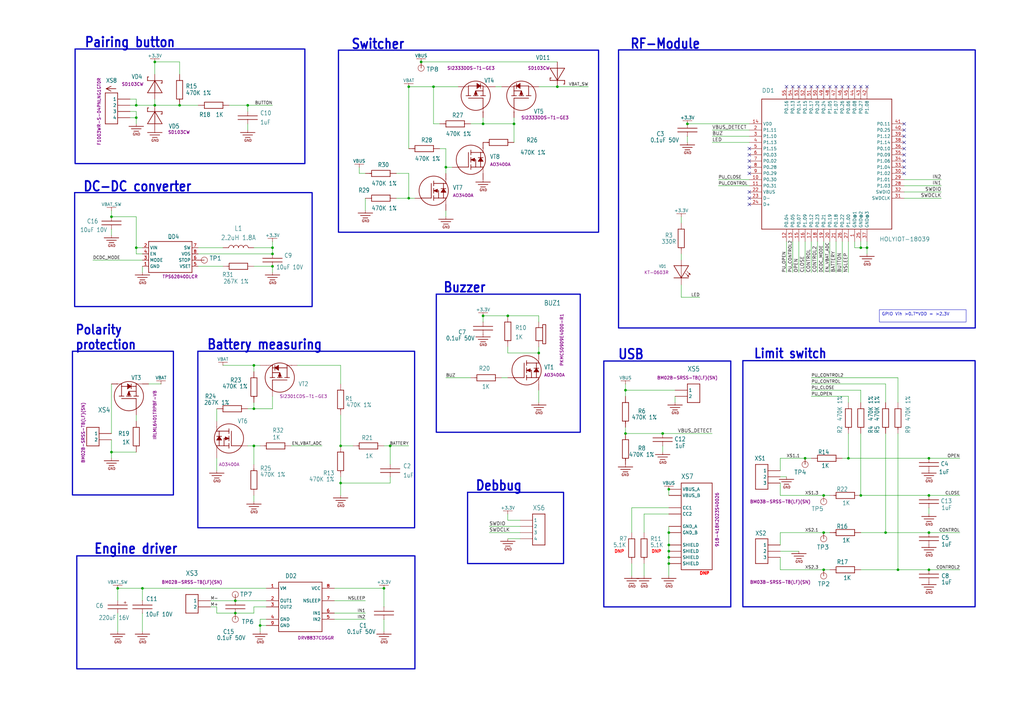
<source format=kicad_sch>
(kicad_sch (version 20231120) (generator "eeschema") (generator_version "8.0")
  (paper "A3")
  (title_block (title "TWV") (date "2024-04-02") (rev "0.96") (company "Uhome"))
  (junction (at 58.42 241.3))
  (junction (at 63.5 25.4))
  (junction (at 274.32 223.52))
  (junction (at 55.88 48.26))
  (junction (at 104.14 149.86))
  (junction (at 160.02 182.88))
  (junction (at 208.28 129.54))
  (junction (at 96.52 251.46))
  (junction (at 347.98 187.96))
  (junction (at 274.32 231.14))
  (junction (at 182.88 68.58))
  (junction (at 104.14 167.64))
  (junction (at 139.7 198.12))
  (junction (at 106.68 256.54))
  (junction (at 381 203.2))
  (junction (at 139.7 182.88))
  (junction (at 274.32 200.66))
  (junction (at 198.12 129.54))
  (junction (at 337.82 218.44))
  (junction (at 330.2 187.96))
  (junction (at 104.14 182.88))
  (junction (at 111.76 101.6))
  (junction (at 73.66 43.18))
  (junction (at 381 218.44))
  (junction (at 256.54 160.02))
  (junction (at 274.32 228.6))
  (junction (at 363.22 218.44))
  (junction (at 368.3 233.68))
  (junction (at 157.48 241.3))
  (junction (at 198.12 50.8))
  (junction (at 381 233.68))
  (junction (at 96.52 246.38))
  (junction (at 55.88 43.18))
  (junction (at 353.06 101.6))
  (junction (at 111.76 104.14))
  (junction (at 281.94 50.8))
  (junction (at 355.6 101.6))
  (junction (at 274.32 218.44))
  (junction (at 167.64 35.56))
  (junction (at 101.6 43.18))
  (junction (at 381 187.96))
  (junction (at 111.76 109.22))
  (junction (at 274.32 226.06))
  (junction (at 45.72 185.42))
  (junction (at 271.78 177.8))
  (junction (at 63.5 43.18))
  (junction (at 55.88 101.6))
  (junction (at 167.64 81.28))
  (junction (at 210.82 50.8))
  (junction (at 256.54 177.8))
  (junction (at 220.98 144.78))
  (junction (at 45.72 88.9))
  (junction (at 48.26 241.3))
  (junction (at 177.8 35.56))
  (junction (at 228.6 35.56))
  (junction (at 353.06 203.2))
  (junction (at 337.82 203.2))
  (junction (at 337.82 233.68))
  (junction (at 172.72 25.4))
  (no_connect (at 353.06 35.56))
  (no_connect (at 342.9 35.56))
  (no_connect (at 340.36 35.56))
  (no_connect (at 307.34 83.82))
  (no_connect (at 307.34 78.74))
  (no_connect (at 307.34 68.58))
  (no_connect (at 327.66 35.56))
  (no_connect (at 332.74 35.56))
  (no_connect (at 307.34 63.5))
  (no_connect (at 370.84 60.96))
  (no_connect (at 325.12 35.56))
  (no_connect (at 345.44 35.56))
  (no_connect (at 370.84 66.04))
  (no_connect (at 307.34 81.28))
  (no_connect (at 350.52 35.56))
  (no_connect (at 335.28 35.56))
  (no_connect (at 330.2 35.56))
  (no_connect (at 307.34 71.12))
  (no_connect (at 337.82 35.56))
  (no_connect (at 370.84 71.12))
  (no_connect (at 370.84 58.42))
  (no_connect (at 370.84 55.88))
  (no_connect (at 370.84 53.34))
  (no_connect (at 370.84 68.58))
  (no_connect (at 355.6 35.56))
  (no_connect (at 347.98 35.56))
  (no_connect (at 307.34 60.96))
  (no_connect (at 370.84 63.5))
  (no_connect (at 370.84 50.8))
  (no_connect (at 322.58 35.56))
  (no_connect (at 307.34 66.04))
  (wire (pts (xy 149.86 81.28) (xy 149.86 86.36)))
  (wire (pts (xy 45.72 88.9) (xy 55.88 88.9)))
  (wire (pts (xy 363.22 177.8) (xy 363.22 218.44)))
  (wire (pts (xy 63.5 25.4) (xy 63.5 30.48)))
  (wire (pts (xy 281.94 50.8) (xy 307.34 50.8)))
  (wire (pts (xy 157.48 241.3) (xy 137.16 241.3)))
  (wire (pts (xy 45.72 157.48) (xy 45.72 177.8)))
  (wire (pts (xy 182.88 68.58) (xy 185.42 68.58)))
  (wire (pts (xy 198.12 132.08) (xy 198.12 129.54)))
  (wire (pts (xy 177.8 35.56) (xy 187.96 35.56)))
  (wire (pts (xy 294.64 73.66) (xy 307.34 73.66)))
  (wire (pts (xy 101.6 50.8) (xy 101.6 53.34)))
  (wire (pts (xy 279.4 88.9) (xy 279.4 91.44)))
  (wire (pts (xy 337.82 99.06) (xy 337.82 111.76)))
  (wire (pts (xy 88.9 251.46) (xy 96.52 251.46)))
  (wire (pts (xy 355.6 101.6) (xy 355.6 104.14)))
  (wire (pts (xy 256.54 177.8) (xy 271.78 177.8)))
  (wire (pts (xy 342.9 99.06) (xy 342.9 111.76)))
  (wire (pts (xy 203.2 35.56) (xy 205.74 35.56)))
  (wire (pts (xy 160.02 190.5) (xy 160.02 182.88)))
  (wire (pts (xy 210.82 58.42) (xy 210.82 50.8)))
  (wire (pts (xy 88.9 248.92) (xy 88.9 251.46)))
  (wire (pts (xy 208.28 220.98) (xy 213.36 220.98)))
  (wire (pts (xy 81.28 109.22) (xy 91.44 109.22)))
  (wire (pts (xy 276.86 162.56) (xy 276.86 165.1)))
  (wire (pts (xy 86.36 248.92) (xy 88.9 248.92)))
  (wire (pts (xy 337.82 218.44) (xy 340.36 218.44)))
  (wire (pts (xy 45.72 185.42) (xy 55.88 185.42)))
  (wire (pts (xy 160.02 182.88) (xy 157.48 182.88)))
  (wire (pts (xy 368.3 165.1) (xy 368.3 154.94)))
  (wire (pts (xy 167.64 35.56) (xy 177.8 35.56)))
  (wire (pts (xy 101.6 182.88) (xy 104.14 182.88)))
  (wire (pts (xy 106.68 256.54) (xy 106.68 254)))
  (wire (pts (xy 271.78 182.88) (xy 271.78 185.42)))
  (wire (pts (xy 111.76 101.6) (xy 111.76 104.14)))
  (wire (pts (xy 355.6 99.06) (xy 355.6 101.6)))
  (wire (pts (xy 381 218.44) (xy 393.7 218.44)))
  (wire (pts (xy 101.6 43.18) (xy 101.6 45.72)))
  (wire (pts (xy 256.54 175.26) (xy 256.54 177.8)))
  (wire (pts (xy 274.32 231.14) (xy 274.32 236.22)))
  (wire (pts (xy 320.04 233.68) (xy 337.82 233.68)))
  (wire (pts (xy 45.72 86.36) (xy 45.72 88.9)))
  (wire (pts (xy 60.96 157.48) (xy 66.04 157.48)))
  (wire (pts (xy 370.84 76.2) (xy 386.08 76.2)))
  (wire (pts (xy 353.06 101.6) (xy 350.52 101.6)))
  (wire (pts (xy 106.68 254) (xy 109.22 254)))
  (wire (pts (xy 58.42 241.3) (xy 109.22 241.3)))
  (wire (pts (xy 292.1 58.42) (xy 307.34 58.42)))
  (wire (pts (xy 104.14 203.2) (xy 104.14 205.74)))
  (wire (pts (xy 274.32 226.06) (xy 274.32 228.6)))
  (wire (pts (xy 48.26 251.46) (xy 48.26 259.08)))
  (wire (pts (xy 104.14 149.86) (xy 106.68 149.86)))
  (wire (pts (xy 73.66 43.18) (xy 81.28 43.18)))
  (wire (pts (xy 48.26 241.3) (xy 48.26 246.38)))
  (wire (pts (xy 111.76 109.22) (xy 111.76 111.76)))
  (wire (pts (xy 198.12 48.26) (xy 198.12 50.8)))
  (wire (pts (xy 38.1 106.68) (xy 58.42 106.68)))
  (wire (pts (xy 162.56 81.28) (xy 167.64 81.28)))
  (wire (pts (xy 353.06 218.44) (xy 363.22 218.44)))
  (wire (pts (xy 256.54 157.48) (xy 256.54 160.02)))
  (wire (pts (xy 320.04 198.12) (xy 320.04 203.2)))
  (wire (pts (xy 160.02 198.12) (xy 139.7 198.12)))
  (wire (pts (xy 353.06 165.1) (xy 353.06 160.02)))
  (wire (pts (xy 104.14 109.22) (xy 111.76 109.22)))
  (wire (pts (xy 381 208.28) (xy 381 210.82)))
  (wire (pts (xy 208.28 210.82) (xy 208.28 213.36)))
  (wire (pts (xy 86.36 246.38) (xy 96.52 246.38)))
  (wire (pts (xy 330.2 99.06) (xy 330.2 111.76)))
  (wire (pts (xy 137.16 251.46) (xy 149.86 251.46)))
  (wire (pts (xy 55.88 43.18) (xy 63.5 43.18)))
  (wire (pts (xy 353.06 203.2) (xy 381 203.2)))
  (wire (pts (xy 58.42 251.46) (xy 58.42 259.08)))
  (wire (pts (xy 167.64 35.56) (xy 167.64 60.96)))
  (wire (pts (xy 210.82 50.8) (xy 198.12 50.8)))
  (wire (pts (xy 264.16 231.14) (xy 264.16 236.22)))
  (wire (pts (xy 104.14 149.86) (xy 104.14 152.4)))
  (wire (pts (xy 259.08 218.44) (xy 259.08 208.28)))
  (wire (pts (xy 220.98 160.02) (xy 220.98 165.1)))
  (wire (pts (xy 322.58 99.06) (xy 322.58 111.76)))
  (wire (pts (xy 104.14 167.64) (xy 101.6 167.64)))
  (wire (pts (xy 274.32 223.52) (xy 274.32 226.06)))
  (wire (pts (xy 104.14 182.88) (xy 106.68 182.88)))
  (wire (pts (xy 325.12 111.76) (xy 325.12 99.06)))
  (wire (pts (xy 381 203.2) (xy 393.7 203.2)))
  (wire (pts (xy 320.04 226.06) (xy 327.66 226.06)))
  (wire (pts (xy 281.94 55.88) (xy 281.94 58.42)))
  (wire (pts (xy 55.88 104.14) (xy 55.88 101.6)))
  (wire (pts (xy 320.04 218.44) (xy 337.82 218.44)))
  (wire (pts (xy 208.28 144.78) (xy 220.98 144.78)))
  (wire (pts (xy 345.44 99.06) (xy 345.44 111.76)))
  (wire (pts (xy 350.52 101.6) (xy 350.52 99.06)))
  (wire (pts (xy 58.42 241.3) (xy 58.42 246.38)))
  (wire (pts (xy 335.28 99.06) (xy 335.28 111.76)))
  (wire (pts (xy 193.04 50.8) (xy 198.12 50.8)))
  (wire (pts (xy 292.1 55.88) (xy 307.34 55.88)))
  (wire (pts (xy 347.98 187.96) (xy 381 187.96)))
  (wire (pts (xy 88.9 187.96) (xy 88.9 193.04)))
  (wire (pts (xy 332.74 154.94) (xy 368.3 154.94)))
  (wire (pts (xy 45.72 93.98) (xy 45.72 96.52)))
  (wire (pts (xy 340.36 99.06) (xy 340.36 111.76)))
  (wire (pts (xy 259.08 231.14) (xy 259.08 236.22)))
  (wire (pts (xy 55.88 40.64) (xy 55.88 43.18)))
  (wire (pts (xy 256.54 160.02) (xy 276.86 160.02)))
  (wire (pts (xy 88.9 167.64) (xy 88.9 172.72)))
  (wire (pts (xy 220.98 129.54) (xy 208.28 129.54)))
  (wire (pts (xy 347.98 177.8) (xy 347.98 187.96)))
  (wire (pts (xy 101.6 43.18) (xy 111.76 43.18)))
  (wire (pts (xy 182.88 60.96) (xy 182.88 68.58)))
  (wire (pts (xy 157.48 248.92) (xy 157.48 241.3)))
  (wire (pts (xy 58.42 104.14) (xy 55.88 104.14)))
  (wire (pts (xy 279.4 104.14) (xy 279.4 106.68)))
  (wire (pts (xy 332.74 160.02) (xy 353.06 160.02)))
  (wire (pts (xy 139.7 182.88) (xy 144.78 182.88)))
  (wire (pts (xy 320.04 223.52) (xy 320.04 218.44)))
  (wire (pts (xy 353.06 233.68) (xy 368.3 233.68)))
  (wire (pts (xy 93.98 43.18) (xy 101.6 43.18)))
  (wire (pts (xy 91.44 149.86) (xy 104.14 149.86)))
  (wire (pts (xy 63.5 43.18) (xy 73.66 43.18)))
  (wire (pts (xy 274.32 228.6) (xy 274.32 231.14)))
  (wire (pts (xy 363.22 165.1) (xy 363.22 157.48)))
  (wire (pts (xy 332.74 99.06) (xy 332.74 111.76)))
  (wire (pts (xy 274.32 210.82) (xy 264.16 210.82)))
  (wire (pts (xy 345.44 187.96) (xy 347.98 187.96)))
  (wire (pts (xy 111.76 162.56) (xy 111.76 167.64)))
  (wire (pts (xy 109.22 248.92) (xy 104.14 248.92)))
  (wire (pts (xy 274.32 200.66) (xy 274.32 203.2)))
  (wire (pts (xy 320.04 203.2) (xy 337.82 203.2)))
  (wire (pts (xy 370.84 78.74) (xy 386.08 78.74)))
  (wire (pts (xy 320.04 187.96) (xy 330.2 187.96)))
  (wire (pts (xy 208.28 142.24) (xy 208.28 144.78)))
  (wire (pts (xy 320.04 195.58) (xy 322.58 195.58)))
  (wire (pts (xy 182.88 154.94) (xy 193.04 154.94)))
  (wire (pts (xy 182.88 88.9) (xy 182.88 86.36)))
  (wire (pts (xy 347.98 99.06) (xy 347.98 111.76)))
  (wire (pts (xy 381 187.96) (xy 393.7 187.96)))
  (wire (pts (xy 177.8 50.8) (xy 177.8 35.56)))
  (wire (pts (xy 370.84 73.66) (xy 386.08 73.66)))
  (wire (pts (xy 104.14 182.88) (xy 104.14 190.5)))
  (wire (pts (xy 220.98 35.56) (xy 228.6 35.56)))
  (wire (pts (xy 139.7 198.12) (xy 139.7 203.2)))
  (wire (pts (xy 228.6 35.56) (xy 241.3 35.56)))
  (wire (pts (xy 45.72 185.42) (xy 45.72 187.96)))
  (wire (pts (xy 55.88 50.8) (xy 55.88 48.26)))
  (wire (pts (xy 200.66 218.44) (xy 213.36 218.44)))
  (wire (pts (xy 320.04 228.6) (xy 320.04 233.68)))
  (wire (pts (xy 274.32 215.9) (xy 274.32 218.44)))
  (wire (pts (xy 180.34 50.8) (xy 177.8 50.8)))
  (wire (pts (xy 137.16 246.38) (xy 149.86 246.38)))
  (wire (pts (xy 55.88 88.9) (xy 55.88 101.6)))
  (wire (pts (xy 160.02 182.88) (xy 167.64 182.88)))
  (wire (pts (xy 55.88 170.18) (xy 55.88 172.72)))
  (wire (pts (xy 292.1 53.34) (xy 307.34 53.34)))
  (wire (pts (xy 200.66 215.9) (xy 213.36 215.9)))
  (wire (pts (xy 106.68 259.08) (xy 106.68 256.54)))
  (wire (pts (xy 259.08 208.28) (xy 274.32 208.28)))
  (wire (pts (xy 172.72 25.4) (xy 228.6 25.4)))
  (wire (pts (xy 208.28 213.36) (xy 213.36 213.36)))
  (wire (pts (xy 96.52 251.46) (xy 104.14 251.46)))
  (wire (pts (xy 53.34 40.64) (xy 55.88 40.64)))
  (wire (pts (xy 106.68 256.54) (xy 109.22 256.54)))
  (wire (pts (xy 139.7 195.58) (xy 139.7 198.12)))
  (wire (pts (xy 330.2 187.96) (xy 332.74 187.96)))
  (wire (pts (xy 111.76 101.6) (xy 111.76 99.06)))
  (wire (pts (xy 320.04 193.04) (xy 320.04 187.96)))
  (wire (pts (xy 368.3 233.68) (xy 381 233.68)))
  (wire (pts (xy 160.02 195.58) (xy 160.02 198.12)))
  (wire (pts (xy 55.88 101.6) (xy 58.42 101.6)))
  (wire (pts (xy 104.14 101.6) (xy 111.76 101.6)))
  (wire (pts (xy 55.88 45.72) (xy 53.34 45.72)))
  (wire (pts (xy 353.06 101.6) (xy 355.6 101.6)))
  (wire (pts (xy 347.98 165.1) (xy 347.98 162.56)))
  (wire (pts (xy 157.48 254) (xy 157.48 259.08)))
  (wire (pts (xy 147.32 71.12) (xy 149.86 71.12)))
  (wire (pts (xy 53.34 48.26) (xy 55.88 48.26)))
  (wire (pts (xy 63.5 25.4) (xy 73.66 25.4)))
  (wire (pts (xy 264.16 210.82) (xy 264.16 218.44)))
  (wire (pts (xy 332.74 157.48) (xy 363.22 157.48)))
  (wire (pts (xy 55.88 48.26) (xy 55.88 45.72)))
  (wire (pts (xy 353.06 99.06) (xy 353.06 101.6)))
  (wire (pts (xy 294.64 76.2) (xy 307.34 76.2)))
  (wire (pts (xy 45.72 180.34) (xy 45.72 185.42)))
  (wire (pts (xy 279.4 116.84) (xy 279.4 121.92)))
  (wire (pts (xy 104.14 248.92) (xy 104.14 251.46)))
  (wire (pts (xy 162.56 71.12) (xy 167.64 71.12)))
  (wire (pts (xy 111.76 167.64) (xy 104.14 167.64)))
  (wire (pts (xy 55.88 43.18) (xy 53.34 43.18)))
  (wire (pts (xy 274.32 218.44) (xy 274.32 223.52)))
  (wire (pts (xy 180.34 60.96) (xy 182.88 60.96)))
  (wire (pts (xy 48.26 241.3) (xy 58.42 241.3)))
  (wire (pts (xy 137.16 254) (xy 149.86 254)))
  (wire (pts (xy 81.28 104.14) (xy 111.76 104.14)))
  (wire (pts (xy 271.78 177.8) (xy 292.1 177.8)))
  (wire (pts (xy 337.82 203.2) (xy 340.36 203.2)))
  (wire (pts (xy 198.12 129.54) (xy 208.28 129.54)))
  (wire (pts (xy 167.64 71.12) (xy 167.64 81.28)))
  (wire (pts (xy 363.22 218.44) (xy 381 218.44)))
  (wire (pts (xy 104.14 165.1) (xy 104.14 167.64)))
  (wire (pts (xy 327.66 99.06) (xy 327.66 111.76)))
  (wire (pts (xy 121.92 149.86) (xy 139.7 149.86)))
  (wire (pts (xy 119.38 182.88) (xy 132.08 182.88)))
  (wire (pts (xy 220.98 132.08) (xy 220.98 129.54)))
  (wire (pts (xy 353.06 177.8) (xy 353.06 203.2)))
  (wire (pts (xy 139.7 149.86) (xy 139.7 157.48)))
  (wire (pts (xy 63.5 40.64) (xy 63.5 43.18)))
  (wire (pts (xy 167.64 81.28) (xy 170.18 81.28)))
  (wire (pts (xy 139.7 170.18) (xy 139.7 182.88)))
  (wire (pts (xy 368.3 177.8) (xy 368.3 233.68)))
  (wire (pts (xy 73.66 25.4) (xy 73.66 30.48)))
  (wire (pts (xy 205.74 154.94) (xy 208.28 154.94)))
  (wire (pts (xy 256.54 160.02) (xy 256.54 162.56)))
  (wire (pts (xy 220.98 142.24) (xy 220.98 144.78)))
  (wire (pts (xy 81.28 101.6) (xy 91.44 101.6)))
  (wire (pts (xy 370.84 81.28) (xy 386.08 81.28)))
  (wire (pts (xy 182.88 71.12) (xy 182.88 68.58)))
  (wire (pts (xy 381 233.68) (xy 393.7 233.68)))
  (wire (pts (xy 58.42 111.76) (xy 58.42 109.22)))
  (wire (pts (xy 147.32 68.58) (xy 147.32 71.12)))
  (wire (pts (xy 96.52 246.38) (xy 109.22 246.38)))
  (wire (pts (xy 279.4 121.92) (xy 287.02 121.92)))
  (wire (pts (xy 337.82 233.68) (xy 340.36 233.68)))
  (wire (pts (xy 210.82 48.26) (xy 210.82 50.8)))
  (wire (pts (xy 332.74 162.56) (xy 347.98 162.56)))
  (rectangle (start 253.6897 20.47) (end 399.9937 134.516) (stroke (width 0.5)))
  (rectangle (start 30.616 78.996) (end 128.016 125.73) (stroke (width 0.5)))
  (rectangle (start 81.146 144.069) (end 170.046 216.459) (stroke (width 0.5)))
  (rectangle (start 178.952 120.652) (end 237.998 177.292) (stroke (width 0.5)))
  (rectangle (start 31.496 227.9797) (end 170.18 274.32) (stroke (width 0.5)))
  (rectangle (start 29.72 144.071) (end 71.122 202.999) (stroke (width 0.5)))
  (rectangle (start 30.804 20.0998) (end 125.038 67.0918) (stroke (width 0.5)))
  (rectangle (start 304.684 147.916) (end 399.934 248.8661) (stroke (width 0.5)))
  (rectangle (start 191.77 201.93) (end 231.14 231.14) (stroke (width 0.5)))
  (rectangle (start 138.82 20.576) (end 245.5 95.252) (stroke (width 0.5)))
  (rectangle (start 247.65 148.0706) (end 299.72 248.92) (stroke (width 0.5)))
  (text_box "GPIO Vih >0.7*VDD = >2.3V" (at 360.68 127 0) (size 35.56 5.08) (effects (font (size 1.27 1.27)) (justify left top)))
  (text "Battery measuring" (at 84.702 143.815 0) (effects (font (size 4 3.4) (thickness 0.68) (bold yes)) (justify left bottom)))
  (text "Pairing button" (at 34.478 19.8458 0) (effects (font (size 4 3.4) (thickness 0.68) (bold yes)) (justify left bottom)))
  (text "Debbug" (at 194.818 201.676 0) (effects (font (size 4 3.4) (thickness 0.68) (bold yes)) (justify left bottom)))
  (text "Switcher" (at 143.9 20.576 0) (effects (font (size 4 3.4) (thickness 0.68) (bold yes)) (justify left bottom)))
  (text "Engine driver" (at 38.354 227.584 0) (effects (font (size 4 3.4) (thickness 0.68) (bold yes)) (justify left bottom)))
  (text "USB" (at 253.238 147.828 0) (effects (font (size 4 3.4) (thickness 0.68) (bold yes)) (justify left bottom)))
  (text "Limit switch" (at 309.002 147.408 0) (effects (font (size 3.81 3.2385) (thickness 0.6477) (bold yes)) (justify left bottom)))
  (text "Buzzer" (at 181.61 120.396 0) (effects (font (size 4 3.4) (thickness 0.68) (bold yes)) (justify left bottom)))
  (text "Polarity\nprotection" (at 30.736 143.817 0) (effects (font (size 3.81 3.2385) (thickness 0.6477) (bold yes)) (justify left bottom)))
  (text "RF-Module" (at 258.2617 20.47 0) (effects (font (size 4 3.4) (thickness 0.68) (bold yes)) (justify left bottom)))
  (text "DC-DC converter" (at 33.918 78.996 0) (effects (font (size 4 3.4) (thickness 0.68) (bold yes)) (justify left bottom)))
  (label "PU_OPEN" (at 322.58 111.76 90) (effects (font (size 1.2446 1.2446))))
  (label "XS1.1" (at 322.58 187.96 0) (effects (font (size 1.2446 1.2446))))
  (label "IN1" (at 386.08 76.2 180) (effects (font (size 1.4 1.4))))
  (label "IN2" (at 386.08 73.66 180) (effects (font (size 1.4 1.4))))
  (label "SWDIO" (at 386.08 78.74 180) (effects (font (size 1.4 1.4))))
  (label "LED" (at 292.1 58.42 0) (effects (font (size 1.4 1.4))))
  (label "VBAT_SW" (at 241.3 35.56 180) (effects (font (size 1.2446 1.2446))))
  (label "BUTTON" (at 111.76 43.18 180) (effects (font (size 1.2446 1.2446))))
  (label "NSLEEP" (at 149.86 246.38 180) (effects (font (size 1.2446 1.2446))))
  (label "VBUS_DETECT" (at 292.1 53.34 0) (effects (font (size 1.4 1.4))))
  (label "CONTROL" (at 332.74 111.76 90) (effects (font (size 1.4 1.4))))
  (label "SWDCLK" (at 386.08 81.28 180) (effects (font (size 1.4 1.4))))
  (label "BUZ" (at 182.88 154.94 0) (effects (font (size 1.2446 1.2446))))
  (label "IN1" (at 149.86 251.46 180) (effects (font (size 1.2446 1.2446))))
  (label "IN2" (at 149.86 254 180) (effects (font (size 1.2446 1.2446))))
  (label "BATTERY" (at 342.9 111.76 90) (effects (font (size 1.4 1.4))))
  (label "CONTROL2" (at 393.7 233.68 180) (effects (font (size 1.2446 1.2446))))
  (label "CONTROL" (at 393.7 218.44 180) (effects (font (size 1.2446 1.2446))))
  (label "BUTTON" (at 345.44 111.76 90) (effects (font (size 1.4 1.4))))
  (label "VBUS_DETECT" (at 292.1 177.8 180) (effects (font (size 1.4 1.4))))
  (label "PU_CONTROL2" (at 325.12 111.76 90) (effects (font (size 1.2446 1.2446))))
  (label "OPEN" (at 327.66 111.76 90) (effects (font (size 1.4 1.4))))
  (label "M+" (at 86.36 248.92 0) (effects (font (size 1.2446 1.2446))))
  (label "PU_OPEN" (at 332.74 162.56 0) (effects (font (size 1.2446 1.2446))))
  (label "PU_CONTROL" (at 332.74 157.48 0) (effects (font (size 1.2446 1.2446))))
  (label "BATTERY" (at 167.64 182.88 180) (effects (font (size 1.2446 1.2446))))
  (label "CLOSE" (at 330.2 111.76 90) (effects (font (size 1.4 1.4))))
  (label "SWDIO" (at 200.66 215.9 0) (effects (font (size 1.4 1.4))))
  (label "PU_CONTROL" (at 294.64 76.2 0) (effects (font (size 1.2446 1.2446))))
  (label "SWDCLK" (at 200.66 218.44 0) (effects (font (size 1.4 1.4))))
  (label "DCDC_MODE" (at 337.82 111.76 90) (effects (font (size 1.2446 1.2446))))
  (label "PU_CLOSE" (at 294.64 73.66 0) (effects (font (size 1.2446 1.2446))))
  (label "M-" (at 86.36 246.38 0) (effects (font (size 1.2446 1.2446))))
  (label "XS2.3" (at 330.2 233.68 0) (effects (font (size 1.2446 1.2446))))
  (label "BUZ" (at 292.1 55.88 0) (effects (font (size 1.4 1.4))))
  (label "OPEN" (at 393.7 187.96 180) (effects (font (size 1.2446 1.2446))))
  (label "NSLEEP" (at 347.98 111.76 90) (effects (font (size 1.4 1.4))))
  (label "PU_CONTROL2" (at 332.74 154.94 0) (effects (font (size 1.2446 1.2446))))
  (label "LED" (at 287.02 121.92 180) (effects (font (size 1.2446 1.2446))))
  (label "PU_CLOSE" (at 332.74 160.02 0) (effects (font (size 1.2446 1.2446))))
  (label "DCDC_MODE" (at 38.1 106.68 0) (effects (font (size 1.2446 1.2446))))
  (label "XS1.3" (at 330.2 203.2 0) (effects (font (size 1.2446 1.2446))))
  (label "CLOSE" (at 393.7 203.2 180) (effects (font (size 1.2446 1.2446))))
  (label "CONTROL2" (at 335.28 111.76 90) (effects (font (size 1.4 1.4))))
  (label "EN_VBAT_ADC" (at 340.36 111.76 90) (effects (font (size 1.2446 1.2446))))
  (label "EN_VBAT_ADC" (at 132.08 182.88 180) (effects (font (size 1.2446 1.2446))))
  (label "XS2.1" (at 330.2 218.44 0) (effects (font (size 1.2446 1.2446))))
  (symbol (lib_id "TWV_Library:Q_AO3400A") (at 208.28 154.94 0) (unit 1)
    (property "Reference" "VT1" (at 223.1198 150.6209 0) (effects (font (size 1.778 1.5113)) (justify left)))
    (property "Footprint" "TWV:Q_SOT-23" (effects (hide yes)))
    (property "Manufacturer" "Alpha & Omega Semicon" (effects (hide yes)))
    (property "Manufacturer PN" "AO3400A" (at 223.1198 153.7958 0) (effects (justify left)))
    (property "JLCPCB PN" "C20917" (effects (hide yes)))
  )
  (symbol (lib_id "TWV_Library:CAP_0603_10uF") (at 45.72 91.44 0) (unit 1)
    (property "Reference" "C16" (at 35.6302 90.7186 0) (effects (font (size 1.778 1.5113)) (justify left)))
    (property "Value" "10uF 10V" (at 32.8362 94.2746 0) (effects (font (size 1.778 1.5113)) (justify left)))
    (property "Footprint" "TWV:C_0603_1608Metric" (effects (hide yes)))
    (property "Description" "10V 10uF X5R ±10% 0603" (effects (hide yes)))
    (property "Manufacturer" "Samsung Electro-Mechanics" (effects (hide yes)))
    (property "Manufacturer PN" "CL10A106KP8NNNC" (effects (hide yes)))
    (property "JLCPCB PN" "C19702" (effects (hide yes)))
  )
  (symbol (lib_id "TWV_Library:U_DRV8837CDSGR") (at 109.22 241.3 0) (unit 1)
    (property "Reference" "DD2" (at 119.38 236.22 0) (effects (font (size 1.778 1.5113))))
    (property "Footprint" "TWV:WSON-8" (effects (hide yes)))
    (property "Manufacturer" "Texas Instruments" (effects (hide yes)))
    (property "Manufacturer PN" "DRV8837CDSGR" (at 129.54 261.62 0))
    (property "JLCPCB PN" "C191000" (effects (hide yes)))
  )
  (symbol (lib_id "TWV_Library:U_TPS62840") (at 58.42 109.22 0) (unit 1)
    (property "Reference" "DD4" (at 71.1724 97.061 0) (effects (font (size 1.778 1.5113))))
    (property "Value" "~" (at 69.85 97.79 0) (effects (font (size 1.778 1.5113))))
    (property "Footprint" "TWV:VSON-8" (effects (hide yes)))
    (property "Manufacturer" "Texas Instruments" (effects (hide yes)))
    (property "Manufacturer PN" "TPS62840DLCR" (at 73.8702 113.4593 0))
    (property "JLCPCB PN" "C2071859" (effects (hide yes)))
  )
  (symbol (lib_id "TWV_Library:CAP_AL_220uF_16V_L7.7") (at 48.26 248.92 0) (unit 1)
    (property "Reference" "C6" (at 39.2329 248.4089 0) (effects (font (size 1.778 1.5113)) (justify left)))
    (property "Value" "220uF 16V" (at 40.4543 253.3492 0) (effects (font (size 1.778 1.5113)) (justify left)))
    (property "Footprint" "TWV:CP_Elec_6.3x7.7" (effects (hide yes)))
    (property "Manufacturer" "KNSCHA" (effects (hide yes)))
    (property "Manufacturer PN" "VT220UF16V167RV0088" (effects (hide yes)))
    (property "JLCPCB PN" "C5246575" (effects (hide yes)))
  )
  (symbol (lib_id "TWV_Library:RES_0603_1K") (at 81.28 43.18 0) (unit 1)
    (property "Reference" "R18" (at 84.0396 47.0022 0) (effects (font (size 1.778 1.5113))))
    (property "Value" "1K" (at 88.4281 47.9931 0) (effects (font (size 1.778 1.5113)) (justify left bottom)))
    (property "Footprint" "TWV:R_0603_1608Metric" (effects (hide yes)))
    (property "Manufacturer" "UNI-ROYAL(Uniroyal Elec)" (effects (hide yes)))
    (property "Manufacturer PN" "0603WAF1001T5E" (effects (hide yes)))
    (property "JLCPCB PN" "C21190" (effects (hide yes)))
  )
  (symbol (lib_id "TWV_Library:GND") (at 198.12 73.66 0) (unit 1)
    (property "Reference" "#GND019" (effects (hide yes)))
    (property "Value" "GND" (effects (hide yes)))
  )
  (symbol (lib_id "TWV_Library:CAP_0603_1uF") (at 101.6 48.26 0) (unit 1)
    (property "Reference" "C10" (at 106.68 46.355 0) (effects (font (size 1.778 1.5113)) (justify left)))
    (property "Value" "1uF" (at 106.68 50.165 0) (effects (font (size 1.778 1.5113)) (justify left)))
    (property "Footprint" "TWV:C_0603_1608Metric" (effects (hide yes)))
    (property "Description" "50V 1uF X5R ±10% 0603" (effects (hide yes)))
    (property "Manufacturer" "Samsung Electro-Mechanics" (effects (hide yes)))
    (property "Manufacturer PN" "CL10A105KB8NNNC" (effects (hide yes)))
    (property "JLCPCB PN" "C15849" (effects (hide yes)))
  )
  (symbol (lib_id "TWV_Library:CAP_0603_0.1uF") (at 157.48 251.46 0) (unit 1)
    (property "Reference" "C1" (at 147.32 256.54 0) (effects (font (size 1.778 1.5113)) (justify left)))
    (property "Value" "0.1uF 50V" (at 142.24 259.08 0) (effects (font (size 1.778 1.5113)) (justify left)))
    (property "Footprint" "TWV:C_0603_1608Metric" (effects (hide yes)))
    (property "Manufacturer" "YAGEO" (effects (hide yes)))
    (property "Manufacturer PN" "CC0603KRX7R9BB104" (effects (hide yes)))
    (property "JLCPCB PN" "C14663" (effects (hide yes)))
  )
  (symbol (lib_id "TWV_Library:RES_0603_470K") (at 73.66 43.18 90) (unit 1)
    (property "Reference" "R15" (at 76.2 35.3596 90) (effects (font (size 1.778 1.5113)) (justify right)))
    (property "Value" "470K 1%" (at 76.2 38.1 90) (effects (font (size 1.778 1.5113)) (justify right)))
    (property "Footprint" "TWV:R_0603_1608Metric" (effects (hide yes)))
    (property "Manufacturer" "UNI-ROYAL(Uniroyal Elec)" (effects (hide yes)))
    (property "Manufacturer PN" "0603WAF4703T5E" (effects (hide yes)))
    (property "JLCPCB PN" "C23178" (effects (hide yes)))
  )
  (symbol (lib_id "TWV_Library:+3.3V") (at 63.5 25.4 0) (unit 1)
    (property "Reference" "#PWR01" (effects (hide yes)))
    (property "Value" "+3.3V" (at 63.5 22.86 0))
    (property "Description" "Power symbol creates a global label with name \"+3.3V\"" (effects (hide yes)))
  )
  (symbol (lib_id "TWV_Library:GND") (at 101.6 53.34 0) (unit 1)
    (property "Reference" "#GND012" (effects (hide yes)))
    (property "Value" "GND" (effects (hide yes)))
  )
  (symbol (lib_id "TWV_Library:RES_0603_470K") (at 149.86 71.12 0) (unit 1)
    (property "Reference" "R30" (at 154.94 68.58 0) (effects (font (size 1.778 1.5113)) (justify left bottom)))
    (property "Value" "470K 1%" (at 152.4 76.2 0) (effects (font (size 1.778 1.5113)) (justify left bottom)))
    (property "Footprint" "TWV:R_0603_1608Metric" (effects (hide yes)))
    (property "Manufacturer" "UNI-ROYAL(Uniroyal Elec)" (effects (hide yes)))
    (property "Manufacturer PN" "0603WAF4703T5E" (effects (hide yes)))
    (property "JLCPCB PN" "C23178" (effects (hide yes)))
  )
  (symbol (lib_id "TWV_Library:RES_0603_1K") (at 55.88 185.42 90) (unit 1)
    (property "Reference" "R19" (at 50.8 177.8 90) (effects (font (size 1.778 1.5113))))
    (property "Value" "1K" (at 53.34 180.34 90) (effects (font (size 1.778 1.5113)) (justify left bottom)))
    (property "Footprint" "TWV:R_0603_1608Metric" (effects (hide yes)))
    (property "Manufacturer" "UNI-ROYAL(Uniroyal Elec)" (effects (hide yes)))
    (property "Manufacturer PN" "0603WAF1001T5E" (effects (hide yes)))
    (property "JLCPCB PN" "C21190" (effects (hide yes)))
  )
  (symbol (lib_id "TWV_Library:TEST_POINT_2MM") (at 81.28 106.68 180) (unit 1)
    (property "Reference" "TP1" (at 90.9511 104.9303 0) (effects (font (size 1.778 1.778)) (justify left bottom)))
    (property "Value" "TEST_POINT_2MM" (effects (hide yes)))
    (property "Footprint" "TWV:TEST_POINT_2MM" (effects (hide yes)))
  )
  (symbol (lib_id "TWV_Library:RES_0603_1K") (at 340.36 218.44 0) (unit 1)
    (property "Reference" "R16" (at 345.44 215.9 0) (effects (font (size 1.778 1.5113))))
    (property "Value" "1K" (at 345.4863 222.5453 0) (effects (font (size 1.778 1.5113)) (justify left bottom)))
    (property "Footprint" "TWV:R_0603_1608Metric" (effects (hide yes)))
    (property "Manufacturer" "UNI-ROYAL(Uniroyal Elec)" (effects (hide yes)))
    (property "Manufacturer PN" "0603WAF1001T5E" (effects (hide yes)))
    (property "JLCPCB PN" "C21190" (effects (hide yes)))
  )
  (symbol (lib_id "TWV_Library:Q_SI2333") (at 198.12 48.26 90) (unit 1)
    (property "Reference" "VT4" (at 200.66 33.02 90) (effects (font (size 1.778 1.5113))))
    (property "Footprint" "TWV:Q_SOT-23" (effects (hide yes)))
    (property "Manufacturer" "Vishay Intertech" (effects (hide yes)))
    (property "Manufacturer PN" "SI2333DDS-T1-GE3" (at 193.1715 27.94 90))
    (property "JLCPCB PN" "C183004" (effects (hide yes)))
  )
  (symbol (lib_id "TWV_Library:GND") (at 157.48 259.08 0) (unit 1)
    (property "Reference" "#GND01" (effects (hide yes)))
    (property "Value" "GND" (effects (hide yes)))
  )
  (symbol (lib_id "TWV_Library:GND") (at 198.12 137.16 0) (unit 1)
    (property "Reference" "#GND032" (effects (hide yes)))
    (property "Value" "GND" (effects (hide yes)))
  )
  (symbol (lib_id "TWV_Library:RES_0603_1K") (at 208.28 142.24 90) (unit 1)
    (property "Reference" "R10" (at 211.302 134.4196 90) (effects (font (size 1.778 1.5113)) (justify right)))
    (property "Value" "1K" (at 211.302 138.2296 90) (effects (font (size 1.778 1.5113)) (justify right)))
    (property "Footprint" "TWV:R_0603_1608Metric" (effects (hide yes)))
    (property "Manufacturer" "UNI-ROYAL(Uniroyal Elec)" (effects (hide yes)))
    (property "Manufacturer PN" "0603WAF1001T5E" (effects (hide yes)))
    (property "JLCPCB PN" "C21190" (effects (hide yes)))
  )
  (symbol (lib_id "TWV_Library:CAP_0603_1uF") (at 271.78 180.34 0) (unit 1)
    (property "Reference" "C12" (at 276.606 180.086 0) (effects (font (size 1.778 1.5113)) (justify left)))
    (property "Value" "1uF" (at 276.86 182.88 0) (effects (font (size 1.778 1.5113)) (justify left)))
    (property "Footprint" "TWV:C_0603_1608Metric" (effects (hide yes)))
    (property "Description" "50V 1uF X5R ±10% 0603" (effects (hide yes)))
    (property "Manufacturer" "Samsung Electro-Mechanics" (effects (hide yes)))
    (property "Manufacturer PN" "CL10A105KB8NNNC" (effects (hide yes)))
    (property "JLCPCB PN" "C15849" (effects (hide yes)))
  )
  (symbol (lib_id "TWV_Library:RES_0603_470K") (at 368.3 177.8 90) (unit 1)
    (property "Reference" "R9" (at 373.38 177.8 0) (effects (font (size 1.778 1.5113)) (justify left bottom)))
    (property "Value" "470K 1%" (at 373.38 172.72 0) (effects (font (size 1.778 1.5113)) (justify left bottom)))
    (property "Footprint" "TWV:R_0603_1608Metric" (effects (hide yes)))
    (property "Manufacturer" "UNI-ROYAL(Uniroyal Elec)" (effects (hide yes)))
    (property "Manufacturer PN" "0603WAF4703T5E" (effects (hide yes)))
    (property "JLCPCB PN" "C23178" (effects (hide yes)))
  )
  (symbol (lib_id "TWV_Library:RES_0603_1K") (at 332.74 187.96 0) (unit 1)
    (property "Reference" "R14" (at 337.82 185.42 0) (effects (font (size 1.778 1.5113))))
    (property "Value" "1K" (at 336.9006 191.9709 0) (effects (font (size 1.778 1.5113)) (justify left bottom)))
    (property "Footprint" "TWV:R_0603_1608Metric" (effects (hide yes)))
    (property "Manufacturer" "UNI-ROYAL(Uniroyal Elec)" (effects (hide yes)))
    (property "Manufacturer PN" "0603WAF1001T5E" (effects (hide yes)))
    (property "JLCPCB PN" "C21190" (effects (hide yes)))
  )
  (symbol (lib_id "TWV_Library:+3.3V") (at 111.76 99.06 0) (unit 1)
    (property "Reference" "#PWR013" (effects (hide yes)))
    (property "Value" "+3.3V" (at 111.76 96.52 0))
    (property "Description" "Power symbol creates a global label with name \"+3.3V\"" (effects (hide yes)))
  )
  (symbol (lib_id "TWV_Library:BUZ_PKMCS0909E4000-R1") (at 220.98 132.08 0) (unit 1)
    (property "Reference" "BUZ1" (at 223.044 125.362 0) (effects (font (size 2 1.7)) (justify left bottom)))
    (property "Footprint" "TWV:PKMCS0909E4000-R1" (effects (hide yes)))
    (property "Manufacturer" "MURATA ELECTRONICS" (effects (hide yes)))
    (property "Manufacturer PN" "PKMCS0909E4000-R1" (at 230.41 139.332 90))
    (property "JLCPCB PN" "C910763" (effects (hide yes)))
  )
  (symbol (lib_id "TWV_Library:GND") (at 274.32 236.22 0) (unit 1)
    (property "Reference" "#GND02" (effects (hide yes)))
    (property "Value" "GND" (effects (hide yes)))
  )
  (symbol (lib_id "TWV_Library:RES_0603_470K") (at 347.98 177.8 90) (unit 1)
    (property "Reference" "R2" (at 345.44 177.8 0) (effects (font (size 1.778 1.5113)) (justify left bottom)))
    (property "Value" "470K 1%" (at 345.44 172.72 0) (effects (font (size 1.778 1.5113)) (justify left bottom)))
    (property "Footprint" "TWV:R_0603_1608Metric" (effects (hide yes)))
    (property "Manufacturer" "UNI-ROYAL(Uniroyal Elec)" (effects (hide yes)))
    (property "Manufacturer PN" "0603WAF4703T5E" (effects (hide yes)))
    (property "JLCPCB PN" "C23178" (effects (hide yes)))
  )
  (symbol (lib_id "TWV_Library:CAP_0603_1uF") (at 381 220.98 0) (unit 1)
    (property "Reference" "C5" (at 386.08 220.472 0) (effects (font (size 1.778 1.5113)) (justify left)))
    (property "Value" "1uF" (at 386.08 223.266 0) (effects (font (size 1.778 1.5113)) (justify left)))
    (property "Footprint" "TWV:C_0603_1608Metric" (effects (hide yes)))
    (property "Description" "50V 1uF X5R ±10% 0603" (effects (hide yes)))
    (property "Manufacturer" "Samsung Electro-Mechanics" (effects (hide yes)))
    (property "Manufacturer PN" "CL10A105KB8NNNC" (effects (hide yes)))
    (property "JLCPCB PN" "C15849" (effects (hide yes)))
  )
  (symbol (lib_id "TWV_Library:CON_BM03B-SRSS-TB") (at 320.04 193.04 0) (mirror y) (unit 1)
    (property "Reference" "XS1" (at 314.0129 188.9647 0) (effects (font (size 1.778 1.5113)) (justify left bottom)))
    (property "Value" "BM03B-SRSS-TB" (effects (hide yes)))
    (property "Footprint" "TWV:BM03B-SRSS-TB" (effects (hide yes)))
    (property "Manufacturer" "JST" (effects (hide yes)))
    (property "Manufacturer PN" "BM03B-SRSS-TB(LF)(SN)" (at 320.04 205.74 0))
    (property "JLCPCB PN" "C160389" (effects (hide yes)))
  )
  (symbol (lib_id "TWV_Library:Q_AO3400A") (at 101.6 182.88 0) (mirror y) (unit 1)
    (property "Reference" "VT6" (at 101.6 172.72 0) (effects (font (size 1.778 1.5113)) (justify left)))
    (property "Footprint" "TWV:Q_SOT-23" (effects (hide yes)))
    (property "Manufacturer" "Alpha & Omega Semicon" (effects (hide yes)))
    (property "Manufacturer PN" "AO3400A" (at 93.98 190.5 0))
    (property "JLCPCB PN" "C20917" (effects (hide yes)))
  )
  (symbol (lib_id "TWV_Library:GND") (at 256.54 190.5 0) (mirror y) (unit 1)
    (property "Reference" "#GND033" (effects (hide yes)))
    (property "Value" "GND" (effects (hide yes)))
  )
  (symbol (lib_id "TWV_Library:GND") (at 327.66 226.06 0) (unit 1)
    (property "Reference" "#GND018" (effects (hide yes)))
    (property "Value" "GND" (effects (hide yes)))
  )
  (symbol (lib_id "TWV_Library:GND") (at 58.42 111.76 0) (unit 1)
    (property "Reference" "#GND031" (effects (hide yes)))
    (property "Value" "GND" (effects (hide yes)))
  )
  (symbol (lib_id "TWV_Library:+3.3V") (at 45.72 86.36 0) (unit 1)
    (property "Reference" "#PWR017" (effects (hide yes)))
    (property "Value" "VBAT_SW" (at 45.72 83.82 0))
    (property "Description" "Power symbol creates a global label with name \"+3.3V\"" (effects (hide yes)))
  )
  (symbol (lib_id "TWV_Library:CON_BM02B-SRSS-TB") (at 86.36 246.38 0) (mirror y) (unit 1)
    (property "Reference" "XS3" (at 81.28 236.22 0) (effects (font (size 2 1.7)) (justify left bottom)))
    (property "Value" "BM02B-SRSS-TB" (effects (hide yes)))
    (property "Footprint" "TWV:BM02B-SRSS-TB" (effects (hide yes)))
    (property "Manufacturer" "JST" (effects (hide yes)))
    (property "Manufacturer PN" "BM02B-SRSS-TB(LF)(SN)" (at 78.74 238.76 0))
    (property "JLCPCB PN" "C160388" (effects (hide yes)))
  )
  (symbol (lib_id "TWV_Library:L_MCQ1V2012-4R7-R") (at 91.44 101.6 0) (unit 1)
    (property "Reference" "L1" (at 97.79 93.6612 0) (effects (font (size 2 1.7))))
    (property "Value" "2.2uH 1.8A" (at 97.79 97.4712 0) (effects (font (size 2 1.7))))
    (property "Footprint" "TWV:L_0805_2012Metric" (effects (hide yes)))
    (property "Manufacturer" "Murata Electronics" (effects (hide yes)))
    (property "Manufacturer PN" "DFE201612E-2R2M=P2" (effects (hide yes)))
    (property "JLCPCB PN" "C337893" (effects (hide yes)))
  )
  (symbol (lib_id "TWV_Library:RES_0603_470K") (at 256.54 175.26 270) (mirror x) (unit 1)
    (property "Reference" "R6" (at 261.62 167.64 90) (effects (font (size 1.778 1.5113)) (justify left bottom)))
    (property "Value" "470K 1%" (at 259.08 170.18 90) (effects (font (size 1.778 1.5113)) (justify left bottom)))
    (property "Footprint" "TWV:R_0603_1608Metric" (effects (hide yes)))
    (property "Manufacturer" "UNI-ROYAL(Uniroyal Elec)" (effects (hide yes)))
    (property "Manufacturer PN" "0603WAF4703T5E" (effects (hide yes)))
    (property "JLCPCB PN" "C23178" (effects (hide yes)))
  )
  (symbol (lib_id "TWV_Library:+3.3V") (at 279.4 88.9 0) (unit 1)
    (property "Reference" "#PWR05" (effects (hide yes)))
    (property "Value" "+3.3V" (at 279.4 86.36 0))
    (property "Description" "Power symbol creates a global label with name \"+3.3V\"" (effects (hide yes)))
  )
  (symbol (lib_id "TWV_Library:GND") (at 55.88 50.8 0) (unit 1)
    (property "Reference" "#GND010" (effects (hide yes)))
    (property "Value" "GND" (effects (hide yes)))
  )
  (symbol (lib_id "TWV_Library:CON_BM02B-SRSS-TB") (at 276.86 160.02 0) (unit 1)
    (property "Reference" "XS5" (at 281.94 152.4 0) (effects (font (size 2 1.7)) (justify left bottom)))
    (property "Value" "BM02B-SRSS-TB" (effects (hide yes)))
    (property "Footprint" "TWV:BM02B-SRSS-TB" (effects (hide yes)))
    (property "Manufacturer" "JST" (effects (hide yes)))
    (property "Manufacturer PN" "BM02B-SRSS-TB(LF)(SN)" (at 281.94 154.94 0))
    (property "JLCPCB PN" "C160388" (effects (hide yes)))
  )
  (symbol (lib_id "TWV_Library:+3.3V") (at 147.32 68.58 0) (unit 1)
    (property "Reference" "#PWR09" (effects (hide yes)))
    (property "Value" "VBUS" (at 147.32 66.04 0))
    (property "Description" "Power symbol creates a global label with name \"+3.3V\"" (effects (hide yes)))
  )
  (symbol (lib_id "TWV_Library:GND") (at 322.58 195.58 0) (unit 1)
    (property "Reference" "#GND024" (effects (hide yes)))
    (property "Value" "GND" (effects (hide yes)))
  )
  (symbol (lib_id "TWV_Library:Q_AO3400A") (at 185.42 68.58 0) (unit 1)
    (property "Reference" "VT8" (at 200.914 64.2609 0) (effects (font (size 1.778 1.5113)) (justify left)))
    (property "Footprint" "TWV:Q_SOT-23" (effects (hide yes)))
    (property "Manufacturer" "Alpha & Omega Semicon" (effects (hide yes)))
    (property "Manufacturer PN" "AO3400A" (at 200.914 67.4358 0) (effects (justify left)))
    (property "JLCPCB PN" "C20917" (effects (hide yes)))
  )
  (symbol (lib_id "TWV_Library:Q_SI2333") (at 210.82 48.26 270) (mirror x) (unit 1)
    (property "Reference" "VT5" (at 220.98 45.72 90) (effects (font (size 1.778 1.5113))))
    (property "Footprint" "TWV:Q_SOT-23" (effects (hide yes)))
    (property "Manufacturer" "Vishay Intertech" (effects (hide yes)))
    (property "Manufacturer PN" "SI2333DDS-T1-GE3" (at 223.52 48.26 90))
    (property "JLCPCB PN" "C183004" (effects (hide yes)))
  )
  (symbol (lib_id "TWV_Library:TEST_POINT_2MM") (at 172.72 25.4 90) (unit 1)
    (property "Reference" "TP8" (at 179.9635 27.432 90) (effects (font (size 1.778 1.778)) (justify left bottom)))
    (property "Value" "TEST_POINT_2MM" (effects (hide yes)))
    (property "Footprint" "TWV:TEST_POINT_2MM" (effects (hide yes)))
  )
  (symbol (lib_id "TWV_Library:RES_0603_470K") (at 139.7 170.18 90) (unit 1)
    (property "Reference" "R1" (at 144.78 162.56 90) (effects (font (size 1.778 1.5113)) (justify left bottom)))
    (property "Value" "470K 1%" (at 152.4 165.1 90) (effects (font (size 1.778 1.5113)) (justify left bottom)))
    (property "Footprint" "TWV:R_0603_1608Metric" (effects (hide yes)))
    (property "Manufacturer" "UNI-ROYAL(Uniroyal Elec)" (effects (hide yes)))
    (property "Manufacturer PN" "0603WAF4703T5E" (effects (hide yes)))
    (property "JLCPCB PN" "C23178" (effects (hide yes)))
  )
  (symbol (lib_id "TWV_Library:TEST_POINT_2MM") (at 96.52 251.46 270) (mirror x) (unit 1)
    (property "Reference" "TP6" (at 99.06 254 90) (effects (font (size 1.778 1.778)) (justify left bottom)))
    (property "Value" "TEST_POINT_2MM" (effects (hide yes)))
    (property "Footprint" "TWV:TEST_POINT_2MM" (effects (hide yes)))
  )
  (symbol (lib_id "TWV_Library:+3.3V") (at 48.26 241.3 0) (unit 1)
    (property "Reference" "#PWR016" (effects (hide yes)))
    (property "Value" "VBAT_SW" (at 48.26 238.76 0))
    (property "Description" "Power symbol creates a global label with name \"+3.3V\"" (effects (hide yes)))
  )
  (symbol (lib_id "TWV_Library:GND") (at 48.26 259.08 0) (unit 1)
    (property "Reference" "#GND013" (effects (hide yes)))
    (property "Value" "GND" (effects (hide yes)))
  )
  (symbol (lib_id "TWV-eagle-import:HOLYIOT-18039") (at 307.34 50.8 0) (unit 1) (in_bom no)
    (property "Reference" "DD1" (at 312.42 38.1 0) (effects (font (size 1.7 1.7)) (justify left bottom)))
    (property "Value" "HOLYIOT-18039" (at 360.68 99.06 0) (effects (font (size 1.7 1.7)) (justify left bottom)))
    (property "Footprint" "TWV:HOLYIOT-18039" (effects (hide yes)))
  )
  (symbol (lib_id "TWV_Library:RES_0603_470K") (at 167.64 60.96 0) (unit 1)
    (property "Reference" "R28" (at 172.72 58.42 0) (effects (font (size 1.778 1.5113)) (justify left bottom)))
    (property "Value" "470K 1%" (at 170.18 66.04 0) (effects (font (size 1.778 1.5113)) (justify left bottom)))
    (property "Footprint" "TWV:R_0603_1608Metric" (effects (hide yes)))
    (property "Manufacturer" "UNI-ROYAL(Uniroyal Elec)" (effects (hide yes)))
    (property "Manufacturer PN" "0603WAF4703T5E" (effects (hide yes)))
    (property "JLCPCB PN" "C23178" (effects (hide yes)))
  )
  (symbol (lib_id "TWV_Library:GND") (at 381 238.76 0) (unit 1)
    (property "Reference" "#GND023" (effects (hide yes)))
    (property "Value" "GND" (effects (hide yes)))
  )
  (symbol (lib_id "TWV_Library:CAP_0603_1uF") (at 381 190.5 0) (unit 1)
    (property "Reference" "C4" (at 385.826 190.246 0) (effects (font (size 1.778 1.5113)) (justify left)))
    (property "Value" "1uF" (at 385.064 193.548 0) (effects (font (size 1.778 1.5113)) (justify left)))
    (property "Footprint" "TWV:C_0603_1608Metric" (effects (hide yes)))
    (property "Description" "50V 1uF X5R ±10% 0603" (effects (hide yes)))
    (property "Manufacturer" "Samsung Electro-Mechanics" (effects (hide yes)))
    (property "Manufacturer PN" "CL10A105KB8NNNC" (effects (hide yes)))
    (property "JLCPCB PN" "C15849" (effects (hide yes)))
  )
  (symbol (lib_id "TWV_Library:Q_AO3400A") (at 170.18 81.28 0) (unit 1)
    (property "Reference" "VT7" (at 185.674 76.9609 0) (effects (font (size 1.778 1.5113)) (justify left)))
    (property "Footprint" "TWV:Q_SOT-23" (effects (hide yes)))
    (property "Manufacturer" "Alpha & Omega Semicon" (effects (hide yes)))
    (property "Manufacturer PN" "AO3400A" (at 185.674 80.1358 0) (effects (justify left)))
    (property "JLCPCB PN" "C20917" (effects (hide yes)))
  )
  (symbol (lib_id "TWV_Library:CAP_0603_1uF") (at 160.02 193.04 0) (unit 1)
    (property "Reference" "C2" (at 165.354 191.135 0) (effects (font (size 1.778 1.5113)) (justify left)))
    (property "Value" "1uF" (at 165.354 194.945 0) (effects (font (size 1.778 1.5113)) (justify left)))
    (property "Footprint" "TWV:C_0603_1608Metric" (effects (hide yes)))
    (property "Description" "50V 1uF X5R ±10% 0603" (effects (hide yes)))
    (property "Manufacturer" "Samsung Electro-Mechanics" (effects (hide yes)))
    (property "Manufacturer PN" "CL10A105KB8NNNC" (effects (hide yes)))
    (property "JLCPCB PN" "C15849" (effects (hide yes)))
  )
  (symbol (lib_id "TWV_Library:CAP_0603_0.1uF") (at 198.12 134.62 0) (unit 1)
    (property "Reference" "C7" (at 187.96 137.16 0) (effects (font (size 1.778 1.5113)) (justify left bottom)))
    (property "Value" "0.1uF 50V" (at 182.88 139.7 0) (effects (font (size 1.778 1.5113)) (justify left bottom)))
    (property "Footprint" "TWV:C_0603_1608Metric" (effects (hide yes)))
    (property "Manufacturer" "YAGEO" (effects (hide yes)))
    (property "Manufacturer PN" "CC0603KRX7R9BB104" (effects (hide yes)))
    (property "JLCPCB PN" "C14663" (effects (hide yes)))
  )
  (symbol (lib_id "TWV_Library:RES_0603_470K") (at 139.7 195.58 90) (unit 1)
    (property "Reference" "R13" (at 137.16 193.04 90) (effects (font (size 1.778 1.5113)) (justify left bottom)))
    (property "Value" "470K 1%" (at 137.16 195.58 90) (effects (font (size 1.778 1.5113)) (justify left bottom)))
    (property "Footprint" "TWV:R_0603_1608Metric" (effects (hide yes)))
    (property "Manufacturer" "UNI-ROYAL(Uniroyal Elec)" (effects (hide yes)))
    (property "Manufacturer PN" "0603WAF4703T5E" (effects (hide yes)))
    (property "JLCPCB PN" "C23178" (effects (hide yes)))
  )
  (symbol (lib_id "TWV_Library:+3.3V") (at 274.32 200.66 0) (unit 1)
    (property "Reference" "#PWR015" (effects (hide yes)))
    (property "Value" "VBUS" (at 274.32 198.12 0))
    (property "Description" "Power symbol creates a global label with name \"+3.3V\"" (effects (hide yes)))
  )
  (symbol (lib_id "TWV_Library:RES_0603_1K") (at 340.36 203.2 0) (unit 1)
    (property "Reference" "R22" (at 345.44 200.66 0) (effects (font (size 1.778 1.5113))))
    (property "Value" "1K" (at 345.4619 207.2727 0) (effects (font (size 1.778 1.5113)) (justify left bottom)))
    (property "Footprint" "TWV:R_0603_1608Metric" (effects (hide yes)))
    (property "Manufacturer" "UNI-ROYAL(Uniroyal Elec)" (effects (hide yes)))
    (property "Manufacturer PN" "0603WAF1001T5E" (effects (hide yes)))
    (property "JLCPCB PN" "C21190" (effects (hide yes)))
  )
  (symbol (lib_id "TWV_Library:RES_0603_470K") (at 256.54 190.5 270) (mirror x) (unit 1)
    (property "Reference" "R8" (at 261.62 182.88 90) (effects (font (size 1.778 1.5113)) (justify left bottom)))
    (property "Value" "470K 1%" (at 257.9347 185.4666 90) (effects (font (size 1.778 1.5113)) (justify left bottom)))
    (property "Footprint" "TWV:R_0603_1608Metric" (effects (hide yes)))
    (property "Manufacturer" "UNI-ROYAL(Uniroyal Elec)" (effects (hide yes)))
    (property "Manufacturer PN" "0603WAF4703T5E" (effects (hide yes)))
    (property "JLCPCB PN" "C23178" (effects (hide yes)))
  )
  (symbol (lib_id "TWV_Library:RES_0603_5.1K") (at 264.16 231.14 90) (unit 1) (in_bom no)
    (property "Reference" "R11" (at 266.7 220.98 90) (effects (font (size 1.778 1.5113)) (justify right)))
    (property "Value" "5.1K" (at 266.7 223.52 90) (effects (font (size 1.778 1.5113)) (justify right)))
    (property "Footprint" "TWV:R_0603_1608Metric" (effects (hide yes)))
    (property "Description" "DNP" (at 269.24 226.06 90) (effects (font (bold yes))))
    (property "Manufacturer" "UNI-ROYAL(Uniroyal Elec)" (effects (hide yes)))
    (property "Manufacturer PN" "0603WAF5101T5E" (effects (hide yes)))
    (property "JLCPCB PN" "C23186" (effects (hide yes)))
  )
  (symbol (lib_id "TWV_Library:GND") (at 182.88 88.9 0) (unit 1)
    (property "Reference" "#GND021" (effects (hide yes)))
    (property "Value" "GND" (effects (hide yes)))
  )
  (symbol (lib_id "TWV_Library:CAP_0603_1uF") (at 381 236.22 0) (unit 1)
    (property "Reference" "C8" (at 386.08 236.22 0) (effects (font (size 1.778 1.5113)) (justify left)))
    (property "Value" "1uF" (at 386.08 238.76 0) (effects (font (size 1.778 1.5113)) (justify left)))
    (property "Footprint" "TWV:C_0603_1608Metric" (effects (hide yes)))
    (property "Description" "50V 1uF X5R ±10% 0603" (effects (hide yes)))
    (property "Manufacturer" "Samsung Electro-Mechanics" (effects (hide yes)))
    (property "Manufacturer PN" "CL10A105KB8NNNC" (effects (hide yes)))
    (property "JLCPCB PN" "C15849" (effects (hide yes)))
  )
  (symbol (lib_id "TWV_Library:GND") (at 259.08 236.22 0) (unit 1)
    (property "Reference" "#GND03" (effects (hide yes)))
    (property "Value" "GND" (effects (hide yes)))
  )
  (symbol (lib_id "TWV_Library:GND") (at 58.42 259.08 0) (unit 1)
    (property "Reference" "#GND026" (effects (hide yes)))
    (property "Value" "GND" (effects (hide yes)))
  )
  (symbol (lib_id "TWV_Library:+3.3V") (at 91.44 149.86 0) (unit 1)
    (property "Reference" "#PWR012" (effects (hide yes)))
    (property "Value" "VBAT" (at 91.44 147.32 0))
    (property "Description" "Power symbol creates a global label with name \"+3.3V\"" (effects (hide yes)))
  )
  (symbol (lib_id "TWV_Library:CAP_0603_1uF") (at 381 205.74 0) (unit 1)
    (property "Reference" "C13" (at 385.826 205.486 0) (effects (font (size 1.778 1.5113)) (justify left)))
    (property "Value" "1uF" (at 386.08 208.28 0) (effects (font (size 1.778 1.5113)) (justify left)))
    (property "Footprint" "TWV:C_0603_1608Metric" (effects (hide yes)))
    (property "Description" "50V 1uF X5R ±10% 0603" (effects (hide yes)))
    (property "Manufacturer" "Samsung Electro-Mechanics" (effects (hide yes)))
    (property "Manufacturer PN" "CL10A105KB8NNNC" (effects (hide yes)))
    (property "JLCPCB PN" "C15849" (effects (hide yes)))
  )
  (symbol (lib_id "TWV_Library:GND") (at 264.16 236.22 0) (unit 1)
    (property "Reference" "#GND05" (effects (hide yes)))
    (property "Value" "GND" (effects (hide yes)))
  )
  (symbol (lib_id "TWV_Library:RES_0603_470K") (at 198.12 58.42 0) (unit 1)
    (property "Reference" "R26" (at 215.9 58.42 0) (effects (font (size 1.778 1.5113)) (justify left bottom)))
    (property "Value" "470K 1%" (at 213.36 63.5 0) (effects (font (size 1.778 1.5113)) (justify left bottom)))
    (property "Footprint" "TWV:R_0603_1608Metric" (effects (hide yes)))
    (property "Manufacturer" "UNI-ROYAL(Uniroyal Elec)" (effects (hide yes)))
    (property "Manufacturer PN" "0603WAF4703T5E" (effects (hide yes)))
    (property "JLCPCB PN" "C23178" (effects (hide yes)))
  )
  (symbol (lib_id "TWV_Library:+3.3V") (at 157.48 241.3 0) (unit 1)
    (property "Reference" "#PWR03" (effects (hide yes)))
    (property "Value" "+3.3V" (at 157.48 238.76 0))
    (property "Description" "Power symbol creates a global label with name \"+3.3V\"" (effects (hide yes)))
  )
  (symbol (lib_id "TWV_Library:Q_SI2301CDS") (at 111.76 162.56 270) (mirror x) (unit 1)
    (property "Reference" "VT2" (at 124.46 157.48 90) (effects (font (size 1.778 1.5113))))
    (property "Value" "P-type" (effects (hide yes)))
    (property "Footprint" "TWV:Q_SOT-23" (effects (hide yes)))
    (property "Manufacturer" "Vishay Intertech" (effects (hide yes)))
    (property "Manufacturer PN" "SI2301CDS-T1-GE3" (at 124.46 162.56 90))
    (property "JLCPCB PN" "C10487" (effects (hide yes)))
  )
  (symbol (lib_id "TWV_Library:TEST_POINT_2MM") (at 96.52 246.38 90) (mirror x) (unit 1)
    (property "Reference" "TP7" (at 103.5169 244.808 90) (effects (font (size 1.778 1.778)) (justify left bottom)))
    (property "Value" "TEST_POINT_2MM" (effects (hide yes)))
    (property "Footprint" "TWV:TEST_POINT_2MM" (effects (hide yes)))
  )
  (symbol (lib_id "TWV_Library:GND") (at 220.98 165.1 0) (unit 1)
    (property "Reference" "#GND06" (effects (hide yes)))
    (property "Value" "GND" (effects (hide yes)))
  )
  (symbol (lib_id "TWV_Library:CAP_0603_10uF") (at 111.76 106.68 0) (unit 1)
    (property "Reference" "C9" (at 116.586 104.775 0) (effects (font (size 1.778 1.5113)) (justify left)))
    (property "Value" "10uF 10V" (at 113.254 109.57 0) (effects (font (size 1.778 1.5113)) (justify left)))
    (property "Footprint" "TWV:C_0603_1608Metric" (effects (hide yes)))
    (property "Description" "10V 10uF X5R ±10% 0603" (effects (hide yes)))
    (property "Manufacturer" "Samsung Electro-Mechanics" (effects (hide yes)))
    (property "Manufacturer PN" "CL10A106KP8NNNC" (effects (hide yes)))
    (property "JLCPCB PN" "C19702" (effects (hide yes)))
  )
  (symbol (lib_id "TWV_Library:TEST_POINT_2MM") (at 337.82 218.44 90) (unit 1)
    (property "Reference" "TP3" (at 340.0761 223.434 90) (effects (font (size 1.778 1.778)) (justify left bottom)))
    (property "Value" "TEST_POINT_2MM" (effects (hide yes)))
    (property "Footprint" "TWV:TEST_POINT_2MM" (effects (hide yes)))
  )
  (symbol (lib_id "TWV_Library:RES_0603_470K") (at 149.86 81.28 0) (unit 1)
    (property "Reference" "R29" (at 146.9798 79.0231 0) (effects (font (size 1.778 1.5113)) (justify left bottom)))
    (property "Value" "470K 1%" (at 152.4 86.36 0) (effects (font (size 1.778 1.5113)) (justify left bottom)))
    (property "Footprint" "TWV:R_0603_1608Metric" (effects (hide yes)))
    (property "Manufacturer" "UNI-ROYAL(Uniroyal Elec)" (effects (hide yes)))
    (property "Manufacturer PN" "0603WAF4703T5E" (effects (hide yes)))
    (property "JLCPCB PN" "C23178" (effects (hide yes)))
  )
  (symbol (lib_id "TWV_Library:GND") (at 355.6 104.14 0) (unit 1)
    (property "Reference" "#GND04" (effects (hide yes)))
    (property "Value" "GND" (effects (hide yes)))
  )
  (symbol (lib_id "TWV_Library:RES_0603_1K") (at 193.04 154.94 0) (unit 1)
    (property "Reference" "R20" (at 198.695 151.0896 0) (effects (font (size 1.778 1.5113))))
    (property "Value" "1K" (at 199.2899 158.5593 0) (effects (font (size 1.778 1.5113))))
    (property "Footprint" "TWV:R_0603_1608Metric" (effects (hide yes)))
    (property "Manufacturer" "UNI-ROYAL(Uniroyal Elec)" (effects (hide yes)))
    (property "Manufacturer PN" "0603WAF1001T5E" (effects (hide yes)))
    (property "JLCPCB PN" "C21190" (effects (hide yes)))
  )
  (symbol (lib_id "TWV_Library:GND") (at 381 193.04 0) (unit 1)
    (property "Reference" "#GND014" (effects (hide yes)))
    (property "Value" "GND" (effects (hide yes)))
  )
  (symbol (lib_id "TWV_Library:+3.3V") (at 172.72 25.4 0) (unit 1)
    (property "Reference" "#PWR08" (effects (hide yes)))
    (property "Value" "VBUS" (at 172.72 22.86 0))
    (property "Description" "Power symbol creates a global label with name \"+3.3V\"" (effects (hide yes)))
  )
  (symbol (lib_id "TWV_Library:RES_0603_330R") (at 279.4 104.14 90) (unit 1)
    (property "Reference" "R3" (at 274.32 96.52 90) (effects (font (size 1.778 1.5113))))
    (property "Value" "330R" (at 274.32 99.06 90) (effects (font (size 1.778 1.5113))))
    (property "Footprint" "TWV:R_0603_1608Metric" (effects (hide yes)))
    (property "Description" "330R 1%" (effects (hide yes)))
    (property "Manufacturer" "UNI-ROYAL(Uniroyal Elec)" (effects (hide yes)))
    (property "Manufacturer PN" "0603WAF3300T5E" (effects (hide yes)))
    (property "JLCPCB PN" " C23138" (effects (hide yes)))
  )
  (symbol (lib_id "TWV_Library:GND") (at 381 223.52 0) (unit 1)
    (property "Reference" "#GND022" (effects (hide yes)))
    (property "Value" "GND" (effects (hide yes)))
  )
  (symbol (lib_id "TWV_Library:CAP_0603_0.1uF") (at 96.52 248.92 0) (unit 1)
    (property "Reference" "C15" (at 91.44 259.08 0) (effects (font (size 1.778 1.5113)) (justify left)))
    (property "Value" "0.1uF 50V" (at 88.9 261.62 0) (effects (font (size 1.778 1.5113)) (justify left)))
    (property "Footprint" "TWV:C_0603_1608Metric" (effects (hide yes)))
    (property "Manufacturer" "YAGEO" (effects (hide yes)))
    (property "Manufacturer PN" "CC0603KRX7R9BB104" (effects (hide yes)))
    (property "JLCPCB PN" "C14663" (effects (hide yes)))
  )
  (symbol (lib_id "TWV_Library:+3.3V") (at 66.04 157.48 0) (unit 1)
    (property "Reference" "#PWR011" (effects (hide yes)))
    (property "Value" "VBAT" (at 66.04 154.94 0))
    (property "Description" "Power symbol creates a global label with name \"+3.3V\"" (effects (hide yes)))
  )
  (symbol (lib_id "TWV_Library:GND") (at 281.94 58.42 0) (unit 1)
    (property "Reference" "#GND07" (effects (hide yes)))
    (property "Value" "GND" (effects (hide yes)))
  )
  (symbol (lib_id "TWV_Library:+3.3V") (at 198.12 129.54 0) (unit 1)
    (property "Reference" "#PWR02" (effects (hide yes)))
    (property "Value" "+3.3V" (at 198.12 127 0))
    (property "Description" "Power symbol creates a global label with name \"+3.3V\"" (effects (hide yes)))
  )
  (symbol (lib_id "TWV_Library:CON_BM03B-SRSS-TB") (at 320.04 223.52 0) (mirror y) (unit 1)
    (property "Reference" "XS2" (at 314.3412 219.6936 0) (effects (font (size 1.778 1.5113)) (justify left bottom)))
    (property "Value" "BM03B-SRSS-TB" (effects (hide yes)))
    (property "Footprint" "TWV:BM03B-SRSS-TB" (effects (hide yes)))
    (property "Manufacturer" "JST" (effects (hide yes)))
    (property "Manufacturer PN" "BM03B-SRSS-TB(LF)(SN)" (at 320.04 238.76 0))
    (property "JLCPCB PN" "C160389" (effects (hide yes)))
  )
  (symbol (lib_id "TWV_Library:RES_0603_267K") (at 91.44 109.22 0) (unit 1)
    (property "Reference" "R31" (at 93.4775 112.6462 0) (effects (font (size 1.778 1.5113))))
    (property "Value" "267K 1%" (at 96.806 115.4095 0) (effects (font (size 1.778 1.5113))))
    (property "Footprint" "TWV:R_0603_1608Metric" (effects (hide yes)))
    (property "Manufacturer" "UNI-ROYAL(Uniroyal Elec)" (effects (hide yes)))
    (property "Manufacturer PN" "0603WAF2673T5E" (effects (hide yes)))
    (property "JLCPCB PN" "C22963" (effects (hide yes)))
  )
  (symbol (lib_id "TWV_Library:Q_IRLML6401") (at 55.88 170.18 90) (unit 1)
    (property "Reference" "VT3" (at 55.88 154.94 90) (effects (font (size 1.778 1.5113))))
    (property "Footprint" "TWV:Q_SOT-23" (effects (hide yes)))
    (property "Manufacturer" "VBsemi Elec" (effects (hide yes)))
    (property "Manufacturer PN" "IRLML6401TRPBF-VB" (at 63.5 170.18 0))
    (property "JLCPCB PN" "C558179" (effects (hide yes)))
  )
  (symbol (lib_id "TWV_Library:RES_0603_470K") (at 180.34 50.8 0) (unit 1)
    (property "Reference" "R27" (at 185.42 48.26 0) (effects (font (size 1.778 1.5113)) (justify left bottom)))
    (property "Value" "470K 1%" (at 182.88 55.88 0) (effects (font (size 1.778 1.5113)) (justify left bottom)))
    (property "Footprint" "TWV:R_0603_1608Metric" (effects (hide yes)))
    (property "Manufacturer" "UNI-ROYAL(Uniroyal Elec)" (effects (hide yes)))
    (property "Manufacturer PN" "0603WAF4703T5E" (effects (hide yes)))
    (property "JLCPCB PN" "C23178" (effects (hide yes)))
  )
  (symbol (lib_id "TWV_Library:CAP_0603_10uF") (at 58.42 248.92 0) (unit 1)
    (property "Reference" "C11" (at 59.944 245.618 0) (effects (font (size 1.778 1.5113)) (justify left)))
    (property "Value" "10uF 10V" (at 59.69 251.968 0) (effects (font (size 1.778 1.5113)) (justify left)))
    (property "Footprint" "TWV:C_0603_1608Metric" (effects (hide yes)))
    (property "Description" "10V 10uF X5R ±10% 0603" (effects (hide yes)))
    (property "Manufacturer" "Samsung Electro-Mechanics" (effects (hide yes)))
    (property "Manufacturer PN" "CL10A106KP8NNNC" (effects (hide yes)))
    (property "JLCPCB PN" "C19702" (effects (hide yes)))
  )
  (symbol (lib_id "TWV_Library:RES_0603_470K") (at 363.22 177.8 90) (unit 1)
    (property "Reference" "R5" (at 360.68 177.8 0) (effects (font (size 1.778 1.5113)) (justify left bottom)))
    (property "Value" "470K 1%" (at 360.68 172.72 0) (effects (font (size 1.778 1.5113)) (justify left bottom)))
    (property "Footprint" "TWV:R_0603_1608Metric" (effects (hide yes)))
    (property "Manufacturer" "UNI-ROYAL(Uniroyal Elec)" (effects (hide yes)))
    (property "Manufacturer PN" "0603WAF4703T5E" (effects (hide yes)))
    (property "JLCPCB PN" "C23178" (effects (hide yes)))
  )
  (symbol (lib_id "TWV_Library:+3.3V") (at 208.28 210.82 0) (unit 1)
    (property "Reference" "#PWR04" (effects (hide yes)))
    (property "Value" "+3.3V" (at 208.28 208.28 0))
    (property "Description" "Power symbol creates a global label with name \"+3.3V\"" (effects (hide yes)))
  )
  (symbol (lib_id "TWV_Library:RES_0603_470K") (at 104.14 190.5 270) (unit 1)
    (property "Reference" "R25" (at 106.68 193.04 90) (effects (font (size 1.778 1.5113)) (justify left bottom)))
    (property "Value" "470K 1%" (at 106.68 195.58 90) (effects (font (size 1.778 1.5113)) (justify left bottom)))
    (property "Footprint" "TWV:R_0603_1608Metric" (effects (hide yes)))
    (property "Manufacturer" "UNI-ROYAL(Uniroyal Elec)" (effects (hide yes)))
    (property "Manufacturer PN" "0603WAF4703T5E" (effects (hide yes)))
    (property "JLCPCB PN" "C23178" (effects (hide yes)))
  )
  (symbol (lib_id "TWV_Library:GND") (at 111.76 111.76 0) (unit 1)
    (property "Reference" "#GND029" (effects (hide yes)))
    (property "Value" "GND" (effects (hide yes)))
  )
  (symbol (lib_id "TWV_Library:D_SD103CW-AQ") (at 228.6 25.4 270) (unit 1)
    (property "Reference" "VD11" (at 219.7531 24.6124 90) (effects (font (size 1.778 1.5113)) (justify left bottom)))
    (property "Footprint" "TWV:D_SOD-123F" (effects (hide yes)))
    (property "Manufacturer" "Jiangsu Changjing Electronics Technology Co., Ltd." (effects (hide yes)))
    (property "Manufacturer PN" "SD103CW" (at 220.98 27.94 90))
    (property "JLCPCB PN" "C21572" (effects (hide yes)))
  )
  (symbol (lib_id "TWV_Library:CON_BM02B-SRSS-TB") (at 45.72 177.8 0) (mirror y) (unit 1)
    (property "Reference" "XS4" (at 42.72 168.148 0) (effects (font (size 2 1.7))))
    (property "Footprint" "TWV:BM02B-SRSS-TB" (effects (hide yes)))
    (property "Manufacturer" "JST" (effects (hide yes)))
    (property "Manufacturer PN" "BM02B-SRSS-TB(LF)(SN)" (at 34.1199 177.4143 90))
    (property "JLCPCB PN" "C160388" (effects (hide yes)))
  )
  (symbol (lib_id "TWV_Library:+3.3V") (at 281.94 50.8 0) (unit 1)
    (property "Reference" "#PWR07" (effects (hide yes)))
    (property "Value" "+3.3V" (at 281.94 48.26 0))
    (property "Description" "Power symbol creates a global label with name \"+3.3V\"" (effects (hide yes)))
  )
  (symbol (lib_id "TWV_Library:GND") (at 276.86 165.1 0) (unit 1)
    (property "Reference" "#GND015" (effects (hide yes)))
    (property "Value" "GND" (effects (hide yes)))
  )
  (symbol (lib_id "TWV_Library:GND") (at 88.9 193.04 0) (unit 1)
    (property "Reference" "#GND016" (effects (hide yes)))
    (property "Value" "GND" (effects (hide yes)))
  )
  (symbol (lib_id "TWV_Library:RES_0603_470K") (at 104.14 165.1 90) (unit 1)
    (property "Reference" "R23" (at 99.06 154.94 90) (effects (font (size 1.778 1.5113)) (justify left bottom)))
    (property "Value" "470K 1%" (at 101.6 157.48 90) (effects (font (size 1.778 1.5113)) (justify left bottom)))
    (property "Footprint" "TWV:R_0603_1608Metric" (effects (hide yes)))
    (property "Manufacturer" "UNI-ROYAL(Uniroyal Elec)" (effects (hide yes)))
    (property "Manufacturer PN" "0603WAF4703T5E" (effects (hide yes)))
    (property "JLCPCB PN" "C23178" (effects (hide yes)))
  )
  (symbol (lib_id "TWV_Library:GND") (at 381 210.82 0) (unit 1)
    (property "Reference" "#GND020" (effects (hide yes)))
    (property "Value" "GND" (effects (hide yes)))
  )
  (symbol (lib_id "TWV_Library:CON_TH1X4-2.54MM") (at 213.36 213.36 0) (unit 1) (in_bom no)
    (property "Reference" "XS6" (at 218.44 208.28 0) (effects (font (size 2 1.7)) (justify left)))
    (property "Footprint" "TWV:TH1X4-2.54MM" (effects (hide yes)))
  )
  (symbol (lib_id "TWV_Library:GND") (at 104.14 205.74 0) (unit 1)
    (property "Reference" "#GND017" (effects (hide yes)))
    (property "Value" "GND" (effects (hide yes)))
  )
  (symbol (lib_id "TWV_Library:RES_0603_1K") (at 340.36 233.68 0) (unit 1)
    (property "Reference" "R17" (at 345.5433 230.481 0) (effects (font (size 1.778 1.5113))))
    (property "Value" "1K" (at 345.8972 237.9838 0) (effects (font (size 1.778 1.5113)) (justify left bottom)))
    (property "Footprint" "TWV:R_0603_1608Metric" (effects (hide yes)))
    (property "Manufacturer" "UNI-ROYAL(Uniroyal Elec)" (effects (hide yes)))
    (property "Manufacturer PN" "0603WAF1001T5E" (effects (hide yes)))
    (property "JLCPCB PN" "C21190" (effects (hide yes)))
  )
  (symbol (lib_id "TWV_Library:RES_0603_267K") (at 88.9 167.64 0) (unit 1)
    (property "Reference" "R24" (at 86.36 162.56 0) (effects (font (size 1.778 1.5113))))
    (property "Value" "267K 1%" (at 88.9 165.1 0) (effects (font (size 1.778 1.5113))))
    (property "Footprint" "TWV:R_0603_1608Metric" (effects (hide yes)))
    (property "Manufacturer" "UNI-ROYAL(Uniroyal Elec)" (effects (hide yes)))
    (property "Manufacturer PN" "0603WAF2673T5E" (effects (hide yes)))
    (property "JLCPCB PN" "C22963" (effects (hide yes)))
  )
  (symbol (lib_id "TWV_Library:TEST_POINT_2MM") (at 337.82 233.68 90) (unit 1)
    (property "Reference" "TP2" (at 340.4731 238.506 90) (effects (font (size 1.778 1.778)) (justify left bottom)))
    (property "Value" "TEST_POINT_2MM" (effects (hide yes)))
    (property "Footprint" "TWV:TEST_POINT_2MM" (effects (hide yes)))
  )
  (symbol (lib_id "TWV_Library:RES_0603_1K") (at 144.78 182.88 0) (unit 1)
    (property "Reference" "R21" (at 150.6548 179.5589 0) (effects (font (size 1.778 1.5113))))
    (property "Value" "1K" (at 149.86 187.96 0) (effects (font (size 1.778 1.5113)) (justify left bottom)))
    (property "Footprint" "TWV:R_0603_1608Metric" (effects (hide yes)))
    (property "Manufacturer" "UNI-ROYAL(Uniroyal Elec)" (effects (hide yes)))
    (property "Manufacturer PN" "0603WAF1001T5E" (effects (hide yes)))
    (property "JLCPCB PN" "C21190" (effects (hide yes)))
  )
  (symbol (lib_id "TWV_Library:+3.3V") (at 167.64 35.56 0) (unit 1)
    (property "Reference" "#PWR010" (effects (hide yes)))
    (property "Value" "VBAT" (at 167.64 33.02 0))
    (property "Description" "Power symbol creates a global label with name \"+3.3V\"" (effects (hide yes)))
  )
  (symbol (lib_id "TWV_Library:RES_0603_1K") (at 106.68 182.88 0) (unit 1)
    (property "Reference" "R32" (at 114.0607 176.5153 0) (effects (font (size 1.778 1.5113))))
    (property "Value" "1K" (at 111.76 180.34 0) (effects (font (size 1.778 1.5113)) (justify left bottom)))
    (property "Footprint" "TWV:R_0603_1608Metric" (effects (hide yes)))
    (property "Manufacturer" "UNI-ROYAL(Uniroyal Elec)" (effects (hide yes)))
    (property "Manufacturer PN" "0603WAF1001T5E" (effects (hide yes)))
    (property "JLCPCB PN" "C21190" (effects (hide yes)))
  )
  (symbol (lib_id "TWV_Library:D_SD103CW-AQ") (at 63.5 53.34 90) (unit 1)
    (property "Reference" "VD5" (at 73.66 50.8 90) (effects (font (size 1.778 1.5113)) (justify left bottom)))
    (property "Value" "SD103CW-AQ" (effects (hide yes)))
    (property "Footprint" "TWV:D_SOD-123F" (effects (hide yes)))
    (property "Manufacturer" "Jiangsu Changjing Electronics Technology Co., Ltd." (effects (hide yes)))
    (property "Manufacturer PN" "SD103CW" (at 73.4436 54.2122 90))
    (property "JLCPCB PN" "C21572" (effects (hide yes)))
  )
  (symbol (lib_id "TWV_Library:+3.3V") (at 256.54 157.48 0) (unit 1)
    (property "Reference" "#PWR014" (effects (hide yes)))
    (property "Value" "VBUS" (at 256.54 154.94 0))
    (property "Description" "Power symbol creates a global label with name \"+3.3V\"" (effects (hide yes)))
  )
  (symbol (lib_id "TWV_Library:GND") (at 271.78 185.42 0) (unit 1)
    (property "Reference" "#GND034" (effects (hide yes)))
    (property "Value" "GND" (effects (hide yes)))
  )
  (symbol (lib_id "TWV_Library:CON_F1003WR-S-04PNLNG1GT0R") (at 53.34 40.64 0) (mirror y) (unit 1)
    (property "Reference" "XS8" (at 45.72 33.02 0) (effects (font (size 1.778 1.5113))))
    (property "Footprint" "TWV:F1003WR-S-04PNLNG1GT0R" (effects (hide yes)))
    (property "Manufacturer" "HR(Joint Tech Elec)" (effects (hide yes)))
    (property "Manufacturer PN" "F1003WR-S-04PNLNG1GT0R" (at 40.64 45.72 90))
    (property "JLCPCB PN" "C247801" (effects (hide yes)))
  )
  (symbol (lib_id "TWV_Library:GND") (at 149.86 86.36 0) (unit 1)
    (property "Reference" "#GND09" (effects (hide yes)))
    (property "Value" "GND" (effects (hide yes)))
  )
  (symbol (lib_id "TWV_Library:GND") (at 208.28 220.98 0) (unit 1)
    (property "Reference" "#GND027" (effects (hide yes)))
    (property "Value" "GND" (effects (hide yes)))
  )
  (symbol (lib_id "TWV_Library:GND") (at 139.7 203.2 0) (unit 1)
    (property "Reference" "#GND011" (effects (hide yes)))
    (property "Value" "GND" (effects (hide yes)))
  )
  (symbol (lib_id "TWV_Library:GND") (at 106.68 259.08 0) (unit 1)
    (property "Reference" "#GND028" (effects (hide yes)))
    (property "Value" "GND" (effects (hide yes)))
  )
  (symbol (lib_id "TWV_Library:GND") (at 45.72 187.96 0) (unit 1)
    (property "Reference" "#GND025" (effects (hide yes)))
    (property "Value" "GND" (effects (hide yes)))
  )
  (symbol (lib_id "TWV_Library:TEST_POINT_2MM") (at 337.82 203.2 90) (unit 1)
    (property "Reference" "TP5" (at 337.8377 207.686 90) (effects (font (size 1.778 1.778)) (justify left bottom)))
    (property "Value" "TEST_POINT_2MM" (effects (hide yes)))
    (property "Footprint" "TWV:TEST_POINT_2MM" (effects (hide yes)))
  )
  (symbol (lib_id "TWV_Library:RES_0603_470K") (at 353.06 177.8 90) (unit 1)
    (property "Reference" "R4" (at 358.14 177.8 0) (effects (font (size 1.778 1.5113)) (justify left bottom)))
    (property "Value" "470K 1%" (at 358.14 172.72 0) (effects (font (size 1.778 1.5113)) (justify left bottom)))
    (property "Footprint" "TWV:R_0603_1608Metric" (effects (hide yes)))
    (property "Manufacturer" "UNI-ROYAL(Uniroyal Elec)" (effects (hide yes)))
    (property "Manufacturer PN" "0603WAF4703T5E" (effects (hide yes)))
    (property "JLCPCB PN" "C23178" (effects (hide yes)))
  )
  (symbol (lib_id "TWV_Library:VD_TZ-P2-0603GTCS1-0.6T") (at 279.4 106.68 270) (unit 1)
    (property "Reference" "VD1" (at 271.78 109.22 90) (effects (font (size 1.2 1.02))))
    (property "Footprint" "TWV:LED_0603" (effects (hide yes)))
    (property "Manufacturer" "Hubei KENTO Elec" (effects (hide yes)))
    (property "Manufacturer PN" "KT-0603R" (at 269.24 111.76 90))
    (property "JLCPCB PN" "C2286" (effects (hide yes)))
  )
  (symbol (lib_id "TWV_Library:D_SD103CW-AQ") (at 63.5 40.64 90) (unit 1)
    (property "Reference" "VD4" (at 58.42 30.48 90) (effects (font (size 1.778 1.5113)) (justify left bottom)))
    (property "Value" "SD103CW-AQ" (effects (hide yes)))
    (property "Footprint" "TWV:D_SOD-123F" (effects (hide yes)))
    (property "Manufacturer" "Jiangsu Changjing Electronics Technology Co., Ltd." (effects (hide yes)))
    (property "Manufacturer PN" "SD103CW" (at 54.4146 34.5237 90))
    (property "JLCPCB PN" "C21572" (effects (hide yes)))
  )
  (symbol (lib_id "TWV_Library:GND") (at 63.5 53.34 0) (unit 1)
    (property "Reference" "#GND08" (effects (hide yes)))
    (property "Value" "GND" (effects (hide yes)))
  )
  (symbol (lib_id "TWV_Library:GND") (at 45.72 96.52 0) (unit 1)
    (property "Reference" "#GND030" (effects (hide yes)))
    (property "Value" "GND" (effects (hide yes)))
  )
  (symbol (lib_id "TWV_Library:TEST_POINT_2MM") (at 330.2 187.96 90) (unit 1)
    (property "Reference" "TP4" (at 330.79 192.7 90) (effects (font (size 1.778 1.778)) (justify left bottom)))
    (property "Value" "TEST_POINT_2MM" (effects (hide yes)))
    (property "Footprint" "TWV:TEST_POINT_2MM" (effects (hide yes)))
  )
  (symbol (lib_id "TWV_Library:CAP_0603_0.1uF") (at 281.94 53.34 0) (unit 1)
    (property "Reference" "C3" (at 269.24 55.88 0) (effects (font (size 1.778 1.5113)) (justify left bottom)))
    (property "Value" "0.1uF 50V" (at 266.7 58.42 0) (effects (font (size 1.778 1.5113)) (justify left bottom)))
    (property "Footprint" "TWV:C_0603_1608Metric" (effects (hide yes)))
    (property "Manufacturer" "YAGEO" (effects (hide yes)))
    (property "Manufacturer PN" "CC0603KRX7R9BB104" (effects (hide yes)))
    (property "JLCPCB PN" "C14663" (effects (hide yes)))
  )
  (symbol (lib_id "TWV_Library:CON_USB_918-418K2023S40026") (at 274.32 200.66 0) (unit 1) (in_bom no)
    (property "Reference" "XS7" (at 279.32 196.52 0) (effects (font (size 2 1.7)) (justify left bottom)))
    (property "Value" "918-418K2023S40026" (effects (hide yes)))
    (property "Footprint" "TWV:918-418K2023S40026" (effects (hide yes)))
    (property "Description" "DNP" (at 288.9729 235.0241 0) (effects (font (bold yes))))
    (property "Manufacturer" "Jing Extension of the Electronic Co." (effects (hide yes)))
    (property "Manufacturer PN" "918-418K2023S40026" (at 294.132 213.106 90))
    (property "JLCPCB PN" "C2763104" (effects (hide yes)))
  )
  (symbol (lib_id "TWV_Library:RES_0603_5.1K") (at 259.08 231.14 90) (unit 1) (in_bom no)
    (property "Reference" "R7" (at 254 220.98 90) (effects (font (size 1.778 1.5113)) (justify right)))
    (property "Value" "5.1K" (at 251.46 223.52 90) (effects (font (size 1.778 1.5113)) (justify right)))
    (property "Footprint" "TWV:R_0603_1608Metric" (effects (hide yes)))
    (property "Description" "DNP" (at 254 226.06 90) (effects (font (bold yes))))
    (property "Manufacturer" "UNI-ROYAL(Uniroyal Elec)" (effects (hide yes)))
    (property "Manufacturer PN" "0603WAF5101T5E" (effects (hide yes)))
    (property "JLCPCB PN" "C23186" (effects (hide yes)))
  )
)
</source>
